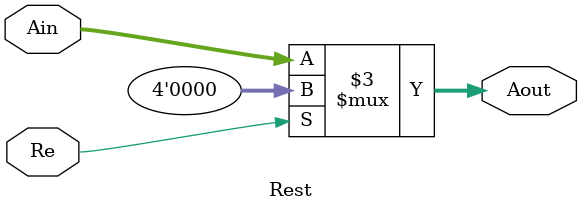
<source format=v>
`timescale 1ns / 1ps


module Rest(Ain,Aout,Re);
input [3:0] Ain;
input Re;
output reg  [3:0]Aout;
always begin
if(Re)
Aout=0;
else 
Aout=Ain;
end
endmodule

</source>
